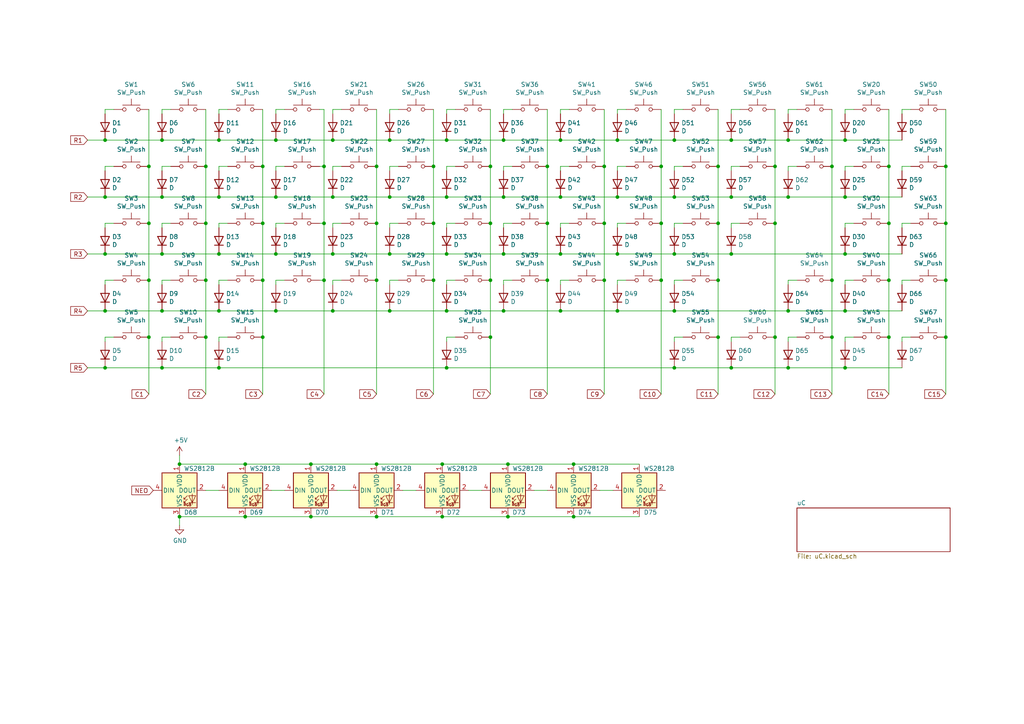
<source format=kicad_sch>
(kicad_sch (version 20211123) (generator eeschema)
  (paper "A4")
  (junction (at 195.58 106.68))
  (junction (at 63.5 40.64))
  (junction (at 113.03 90.17))
  (junction (at 59.69 64.77))
  (junction (at 80.01 40.64))
  (junction (at 46.99 73.66))
  (junction (at 274.32 48.26))
  (junction (at 30.48 40.64))
  (junction (at 146.05 73.66))
  (junction (at 257.81 48.26))
  (junction (at 90.17 134.62))
  (junction (at 113.03 73.66))
  (junction (at 71.12 149.86))
  (junction (at 142.24 97.79))
  (junction (at 158.75 48.26))
  (junction (at 59.69 81.28))
  (junction (at 274.32 64.77))
  (junction (at 90.17 149.86))
  (junction (at 162.56 73.66))
  (junction (at 96.52 90.17))
  (junction (at 179.07 90.17))
  (junction (at 224.79 48.26))
  (junction (at 191.77 64.77))
  (junction (at 76.2 64.77))
  (junction (at 76.2 81.28))
  (junction (at 128.27 134.62))
  (junction (at 158.75 81.28))
  (junction (at 93.98 48.26))
  (junction (at 109.22 48.26))
  (junction (at 52.07 149.86))
  (junction (at 76.2 97.79))
  (junction (at 93.98 81.28))
  (junction (at 195.58 90.17))
  (junction (at 245.11 73.66))
  (junction (at 71.12 134.62))
  (junction (at 109.22 81.28))
  (junction (at 30.48 57.15))
  (junction (at 191.77 81.28))
  (junction (at 212.09 73.66))
  (junction (at 59.69 48.26))
  (junction (at 76.2 48.26))
  (junction (at 43.18 97.79))
  (junction (at 274.32 97.79))
  (junction (at 30.48 90.17))
  (junction (at 46.99 40.64))
  (junction (at 146.05 40.64))
  (junction (at 80.01 90.17))
  (junction (at 212.09 57.15))
  (junction (at 175.26 64.77))
  (junction (at 224.79 64.77))
  (junction (at 179.07 40.64))
  (junction (at 274.32 81.28))
  (junction (at 195.58 40.64))
  (junction (at 129.54 90.17))
  (junction (at 109.22 149.86))
  (junction (at 245.11 57.15))
  (junction (at 212.09 40.64))
  (junction (at 142.24 48.26))
  (junction (at 212.09 106.68))
  (junction (at 96.52 73.66))
  (junction (at 179.07 57.15))
  (junction (at 142.24 64.77))
  (junction (at 208.28 48.26))
  (junction (at 241.3 97.79))
  (junction (at 46.99 90.17))
  (junction (at 175.26 48.26))
  (junction (at 142.24 81.28))
  (junction (at 113.03 57.15))
  (junction (at 125.73 64.77))
  (junction (at 228.6 90.17))
  (junction (at 63.5 57.15))
  (junction (at 43.18 81.28))
  (junction (at 125.73 81.28))
  (junction (at 129.54 57.15))
  (junction (at 245.11 106.68))
  (junction (at 257.81 81.28))
  (junction (at 52.07 134.62))
  (junction (at 109.22 64.77))
  (junction (at 43.18 48.26))
  (junction (at 179.07 73.66))
  (junction (at 129.54 73.66))
  (junction (at 46.99 57.15))
  (junction (at 195.58 73.66))
  (junction (at 162.56 40.64))
  (junction (at 63.5 90.17))
  (junction (at 129.54 106.68))
  (junction (at 96.52 40.64))
  (junction (at 241.3 48.26))
  (junction (at 109.22 134.62))
  (junction (at 245.11 90.17))
  (junction (at 241.3 81.28))
  (junction (at 93.98 64.77))
  (junction (at 128.27 149.86))
  (junction (at 175.26 81.28))
  (junction (at 125.73 48.26))
  (junction (at 228.6 106.68))
  (junction (at 208.28 97.79))
  (junction (at 43.18 64.77))
  (junction (at 257.81 97.79))
  (junction (at 96.52 57.15))
  (junction (at 208.28 81.28))
  (junction (at 30.48 73.66))
  (junction (at 63.5 106.68))
  (junction (at 166.37 134.62))
  (junction (at 59.69 97.79))
  (junction (at 146.05 57.15))
  (junction (at 63.5 73.66))
  (junction (at 162.56 90.17))
  (junction (at 257.81 64.77))
  (junction (at 224.79 97.79))
  (junction (at 147.32 134.62))
  (junction (at 129.54 40.64))
  (junction (at 208.28 64.77))
  (junction (at 80.01 73.66))
  (junction (at 195.58 57.15))
  (junction (at 191.77 48.26))
  (junction (at 46.99 106.68))
  (junction (at 162.56 57.15))
  (junction (at 228.6 57.15))
  (junction (at 80.01 57.15))
  (junction (at 146.05 90.17))
  (junction (at 158.75 64.77))
  (junction (at 147.32 149.86))
  (junction (at 30.48 106.68))
  (junction (at 228.6 40.64))
  (junction (at 245.11 40.64))
  (junction (at 166.37 149.86))
  (junction (at 113.03 40.64))
  (wire (pts (xy 147.32 134.62) (xy 166.37 134.62)))
  (wire (pts (xy 129.54 57.15) (xy 113.03 57.15)))
  (wire (pts (xy 109.22 81.28) (xy 109.22 114.3)))
  (wire (pts (xy 175.26 31.75) (xy 175.26 48.26)))
  (wire (pts (xy 245.11 99.06) (xy 245.11 97.79)))
  (wire (pts (xy 146.05 82.55) (xy 146.05 81.28)))
  (wire (pts (xy 92.71 48.26) (xy 93.98 48.26)))
  (wire (pts (xy 228.6 49.53) (xy 228.6 48.26)))
  (wire (pts (xy 43.18 31.75) (xy 43.18 48.26)))
  (wire (pts (xy 212.09 64.77) (xy 214.63 64.77)))
  (wire (pts (xy 228.6 82.55) (xy 228.6 81.28)))
  (wire (pts (xy 245.11 64.77) (xy 247.65 64.77)))
  (wire (pts (xy 212.09 97.79) (xy 214.63 97.79)))
  (wire (pts (xy 245.11 49.53) (xy 245.11 48.26)))
  (wire (pts (xy 166.37 134.62) (xy 185.42 134.62)))
  (wire (pts (xy 63.5 31.75) (xy 66.04 31.75)))
  (wire (pts (xy 261.62 33.02) (xy 261.62 31.75)))
  (wire (pts (xy 96.52 40.64) (xy 80.01 40.64)))
  (wire (pts (xy 30.48 73.66) (xy 25.4 73.66)))
  (wire (pts (xy 113.03 66.04) (xy 113.03 64.77)))
  (wire (pts (xy 125.73 31.75) (xy 125.73 48.26)))
  (wire (pts (xy 78.74 142.24) (xy 82.55 142.24)))
  (wire (pts (xy 224.79 48.26) (xy 224.79 64.77)))
  (wire (pts (xy 129.54 82.55) (xy 129.54 81.28)))
  (wire (pts (xy 195.58 64.77) (xy 198.12 64.77)))
  (wire (pts (xy 46.99 31.75) (xy 49.53 31.75)))
  (wire (pts (xy 43.18 48.26) (xy 43.18 64.77)))
  (wire (pts (xy 109.22 134.62) (xy 128.27 134.62)))
  (wire (pts (xy 195.58 81.28) (xy 198.12 81.28)))
  (wire (pts (xy 179.07 33.02) (xy 179.07 31.75)))
  (wire (pts (xy 63.5 40.64) (xy 46.99 40.64)))
  (wire (pts (xy 245.11 40.64) (xy 228.6 40.64)))
  (wire (pts (xy 146.05 49.53) (xy 146.05 48.26)))
  (wire (pts (xy 63.5 106.68) (xy 129.54 106.68)))
  (wire (pts (xy 274.32 81.28) (xy 274.32 97.79)))
  (wire (pts (xy 63.5 49.53) (xy 63.5 48.26)))
  (wire (pts (xy 43.18 64.77) (xy 43.18 81.28)))
  (wire (pts (xy 113.03 49.53) (xy 113.03 48.26)))
  (wire (pts (xy 179.07 66.04) (xy 179.07 64.77)))
  (wire (pts (xy 179.07 82.55) (xy 179.07 81.28)))
  (wire (pts (xy 92.71 81.28) (xy 93.98 81.28)))
  (wire (pts (xy 162.56 31.75) (xy 165.1 31.75)))
  (wire (pts (xy 212.09 57.15) (xy 195.58 57.15)))
  (wire (pts (xy 274.32 97.79) (xy 274.32 114.3)))
  (wire (pts (xy 241.3 81.28) (xy 241.3 97.79)))
  (wire (pts (xy 228.6 48.26) (xy 231.14 48.26)))
  (wire (pts (xy 261.62 73.66) (xy 245.11 73.66)))
  (wire (pts (xy 147.32 149.86) (xy 128.27 149.86)))
  (wire (pts (xy 96.52 48.26) (xy 99.06 48.26)))
  (wire (pts (xy 146.05 57.15) (xy 129.54 57.15)))
  (wire (pts (xy 191.77 81.28) (xy 191.77 114.3)))
  (wire (pts (xy 46.99 73.66) (xy 30.48 73.66)))
  (wire (pts (xy 92.71 64.77) (xy 93.98 64.77)))
  (wire (pts (xy 97.79 142.24) (xy 101.6 142.24)))
  (wire (pts (xy 80.01 40.64) (xy 63.5 40.64)))
  (wire (pts (xy 113.03 57.15) (xy 96.52 57.15)))
  (wire (pts (xy 179.07 73.66) (xy 162.56 73.66)))
  (wire (pts (xy 71.12 149.86) (xy 52.07 149.86)))
  (wire (pts (xy 30.48 64.77) (xy 33.02 64.77)))
  (wire (pts (xy 80.01 31.75) (xy 82.55 31.75)))
  (wire (pts (xy 212.09 33.02) (xy 212.09 31.75)))
  (wire (pts (xy 80.01 48.26) (xy 82.55 48.26)))
  (wire (pts (xy 158.75 81.28) (xy 158.75 114.3)))
  (wire (pts (xy 245.11 31.75) (xy 247.65 31.75)))
  (wire (pts (xy 63.5 73.66) (xy 46.99 73.66)))
  (wire (pts (xy 162.56 81.28) (xy 165.1 81.28)))
  (wire (pts (xy 46.99 106.68) (xy 30.48 106.68)))
  (wire (pts (xy 30.48 31.75) (xy 33.02 31.75)))
  (wire (pts (xy 166.37 149.86) (xy 147.32 149.86)))
  (wire (pts (xy 179.07 64.77) (xy 181.61 64.77)))
  (wire (pts (xy 261.62 99.06) (xy 261.62 97.79)))
  (wire (pts (xy 96.52 31.75) (xy 99.06 31.75)))
  (wire (pts (xy 128.27 134.62) (xy 147.32 134.62)))
  (wire (pts (xy 59.69 31.75) (xy 59.69 48.26)))
  (wire (pts (xy 59.69 81.28) (xy 59.69 97.79)))
  (wire (pts (xy 76.2 81.28) (xy 76.2 97.79)))
  (wire (pts (xy 261.62 97.79) (xy 264.16 97.79)))
  (wire (pts (xy 90.17 134.62) (xy 109.22 134.62)))
  (wire (pts (xy 93.98 64.77) (xy 93.98 81.28)))
  (wire (pts (xy 96.52 66.04) (xy 96.52 64.77)))
  (wire (pts (xy 212.09 48.26) (xy 214.63 48.26)))
  (wire (pts (xy 76.2 64.77) (xy 76.2 81.28)))
  (wire (pts (xy 158.75 31.75) (xy 158.75 48.26)))
  (wire (pts (xy 228.6 57.15) (xy 212.09 57.15)))
  (wire (pts (xy 212.09 40.64) (xy 195.58 40.64)))
  (wire (pts (xy 80.01 81.28) (xy 82.55 81.28)))
  (wire (pts (xy 113.03 48.26) (xy 115.57 48.26)))
  (wire (pts (xy 113.03 82.55) (xy 113.03 81.28)))
  (wire (pts (xy 46.99 99.06) (xy 46.99 97.79)))
  (wire (pts (xy 129.54 73.66) (xy 113.03 73.66)))
  (wire (pts (xy 146.05 48.26) (xy 148.59 48.26)))
  (wire (pts (xy 241.3 48.26) (xy 241.3 81.28)))
  (wire (pts (xy 71.12 134.62) (xy 90.17 134.62)))
  (wire (pts (xy 129.54 90.17) (xy 113.03 90.17)))
  (wire (pts (xy 154.94 142.24) (xy 158.75 142.24)))
  (wire (pts (xy 129.54 49.53) (xy 129.54 48.26)))
  (wire (pts (xy 179.07 49.53) (xy 179.07 48.26)))
  (wire (pts (xy 30.48 57.15) (xy 25.4 57.15)))
  (wire (pts (xy 195.58 49.53) (xy 195.58 48.26)))
  (wire (pts (xy 52.07 152.4) (xy 52.07 149.86)))
  (wire (pts (xy 135.89 142.24) (xy 139.7 142.24)))
  (wire (pts (xy 30.48 49.53) (xy 30.48 48.26)))
  (wire (pts (xy 59.69 142.24) (xy 63.5 142.24)))
  (wire (pts (xy 245.11 48.26) (xy 247.65 48.26)))
  (wire (pts (xy 208.28 48.26) (xy 208.28 64.77)))
  (wire (pts (xy 30.48 106.68) (xy 25.4 106.68)))
  (wire (pts (xy 179.07 57.15) (xy 162.56 57.15)))
  (wire (pts (xy 92.71 31.75) (xy 93.98 31.75)))
  (wire (pts (xy 109.22 149.86) (xy 90.17 149.86)))
  (wire (pts (xy 212.09 106.68) (xy 195.58 106.68)))
  (wire (pts (xy 274.32 48.26) (xy 274.32 64.77)))
  (wire (pts (xy 80.01 49.53) (xy 80.01 48.26)))
  (wire (pts (xy 261.62 66.04) (xy 261.62 64.77)))
  (wire (pts (xy 212.09 49.53) (xy 212.09 48.26)))
  (wire (pts (xy 46.99 82.55) (xy 46.99 81.28)))
  (wire (pts (xy 129.54 66.04) (xy 129.54 64.77)))
  (wire (pts (xy 195.58 99.06) (xy 195.58 97.79)))
  (wire (pts (xy 142.24 48.26) (xy 142.24 64.77)))
  (wire (pts (xy 63.5 48.26) (xy 66.04 48.26)))
  (wire (pts (xy 46.99 57.15) (xy 30.48 57.15)))
  (wire (pts (xy 162.56 57.15) (xy 146.05 57.15)))
  (wire (pts (xy 175.26 64.77) (xy 175.26 81.28)))
  (wire (pts (xy 241.3 31.75) (xy 241.3 48.26)))
  (wire (pts (xy 195.58 90.17) (xy 228.6 90.17)))
  (wire (pts (xy 142.24 81.28) (xy 142.24 97.79)))
  (wire (pts (xy 274.32 31.75) (xy 274.32 48.26)))
  (wire (pts (xy 30.48 40.64) (xy 25.4 40.64)))
  (wire (pts (xy 96.52 81.28) (xy 99.06 81.28)))
  (wire (pts (xy 113.03 73.66) (xy 96.52 73.66)))
  (wire (pts (xy 63.5 97.79) (xy 66.04 97.79)))
  (wire (pts (xy 129.54 97.79) (xy 132.08 97.79)))
  (wire (pts (xy 63.5 33.02) (xy 63.5 31.75)))
  (wire (pts (xy 208.28 31.75) (xy 208.28 48.26)))
  (wire (pts (xy 96.52 33.02) (xy 96.52 31.75)))
  (wire (pts (xy 228.6 97.79) (xy 231.14 97.79)))
  (wire (pts (xy 46.99 49.53) (xy 46.99 48.26)))
  (wire (pts (xy 63.5 106.68) (xy 46.99 106.68)))
  (wire (pts (xy 52.07 132.08) (xy 52.07 134.62)))
  (wire (pts (xy 245.11 66.04) (xy 245.11 64.77)))
  (wire (pts (xy 113.03 40.64) (xy 96.52 40.64)))
  (wire (pts (xy 109.22 64.77) (xy 109.22 81.28)))
  (wire (pts (xy 30.48 81.28) (xy 33.02 81.28)))
  (wire (pts (xy 109.22 31.75) (xy 109.22 48.26)))
  (wire (pts (xy 195.58 90.17) (xy 179.07 90.17)))
  (wire (pts (xy 162.56 73.66) (xy 146.05 73.66)))
  (wire (pts (xy 224.79 97.79) (xy 224.79 114.3)))
  (wire (pts (xy 224.79 31.75) (xy 224.79 48.26)))
  (wire (pts (xy 224.79 64.77) (xy 224.79 97.79)))
  (wire (pts (xy 261.62 57.15) (xy 245.11 57.15)))
  (wire (pts (xy 241.3 97.79) (xy 241.3 114.3)))
  (wire (pts (xy 245.11 106.68) (xy 228.6 106.68)))
  (wire (pts (xy 195.58 31.75) (xy 198.12 31.75)))
  (wire (pts (xy 30.48 33.02) (xy 30.48 31.75)))
  (wire (pts (xy 46.99 40.64) (xy 30.48 40.64)))
  (wire (pts (xy 125.73 64.77) (xy 125.73 81.28)))
  (wire (pts (xy 80.01 33.02) (xy 80.01 31.75)))
  (wire (pts (xy 261.62 90.17) (xy 245.11 90.17)))
  (wire (pts (xy 30.48 99.06) (xy 30.48 97.79)))
  (wire (pts (xy 162.56 90.17) (xy 146.05 90.17)))
  (wire (pts (xy 63.5 64.77) (xy 66.04 64.77)))
  (wire (pts (xy 162.56 82.55) (xy 162.56 81.28)))
  (wire (pts (xy 162.56 40.64) (xy 146.05 40.64)))
  (wire (pts (xy 46.99 66.04) (xy 46.99 64.77)))
  (wire (pts (xy 80.01 82.55) (xy 80.01 81.28)))
  (wire (pts (xy 59.69 64.77) (xy 59.69 81.28)))
  (wire (pts (xy 173.99 142.24) (xy 177.8 142.24)))
  (wire (pts (xy 179.07 48.26) (xy 181.61 48.26)))
  (wire (pts (xy 142.24 64.77) (xy 142.24 81.28)))
  (wire (pts (xy 93.98 81.28) (xy 93.98 114.3)))
  (wire (pts (xy 109.22 48.26) (xy 109.22 64.77)))
  (wire (pts (xy 129.54 64.77) (xy 132.08 64.77)))
  (wire (pts (xy 261.62 106.68) (xy 245.11 106.68)))
  (wire (pts (xy 245.11 57.15) (xy 228.6 57.15)))
  (wire (pts (xy 257.81 97.79) (xy 257.81 114.3)))
  (wire (pts (xy 96.52 73.66) (xy 80.01 73.66)))
  (wire (pts (xy 80.01 64.77) (xy 82.55 64.77)))
  (wire (pts (xy 195.58 97.79) (xy 198.12 97.79)))
  (wire (pts (xy 146.05 90.17) (xy 129.54 90.17)))
  (wire (pts (xy 228.6 31.75) (xy 231.14 31.75)))
  (wire (pts (xy 30.48 66.04) (xy 30.48 64.77)))
  (wire (pts (xy 59.69 48.26) (xy 59.69 64.77)))
  (wire (pts (xy 162.56 49.53) (xy 162.56 48.26)))
  (wire (pts (xy 90.17 149.86) (xy 71.12 149.86)))
  (wire (pts (xy 46.99 48.26) (xy 49.53 48.26)))
  (wire (pts (xy 191.77 48.26) (xy 191.77 64.77)))
  (wire (pts (xy 46.99 33.02) (xy 46.99 31.75)))
  (wire (pts (xy 43.18 97.79) (xy 43.18 114.3)))
  (wire (pts (xy 142.24 31.75) (xy 142.24 48.26)))
  (wire (pts (xy 228.6 81.28) (xy 231.14 81.28)))
  (wire (pts (xy 179.07 81.28) (xy 181.61 81.28)))
  (wire (pts (xy 76.2 48.26) (xy 76.2 64.77)))
  (wire (pts (xy 80.01 90.17) (xy 63.5 90.17)))
  (wire (pts (xy 113.03 90.17) (xy 96.52 90.17)))
  (wire (pts (xy 30.48 82.55) (xy 30.48 81.28)))
  (wire (pts (xy 245.11 82.55) (xy 245.11 81.28)))
  (wire (pts (xy 146.05 33.02) (xy 146.05 31.75)))
  (wire (pts (xy 162.56 64.77) (xy 165.1 64.77)))
  (wire (pts (xy 212.09 66.04) (xy 212.09 64.77)))
  (wire (pts (xy 257.81 81.28) (xy 257.81 97.79)))
  (wire (pts (xy 63.5 57.15) (xy 46.99 57.15)))
  (wire (pts (xy 191.77 64.77) (xy 191.77 81.28)))
  (wire (pts (xy 125.73 48.26) (xy 125.73 64.77)))
  (wire (pts (xy 195.58 57.15) (xy 179.07 57.15)))
  (wire (pts (xy 146.05 81.28) (xy 148.59 81.28)))
  (wire (pts (xy 142.24 97.79) (xy 142.24 114.3)))
  (wire (pts (xy 146.05 40.64) (xy 129.54 40.64)))
  (wire (pts (xy 113.03 31.75) (xy 115.57 31.75)))
  (wire (pts (xy 261.62 82.55) (xy 261.62 81.28)))
  (wire (pts (xy 175.26 81.28) (xy 175.26 114.3)))
  (wire (pts (xy 96.52 49.53) (xy 96.52 48.26)))
  (wire (pts (xy 128.27 149.86) (xy 109.22 149.86)))
  (wire (pts (xy 208.28 81.28) (xy 208.28 97.79)))
  (wire (pts (xy 96.52 57.15) (xy 80.01 57.15)))
  (wire (pts (xy 195.58 33.02) (xy 195.58 31.75)))
  (wire (pts (xy 129.54 40.64) (xy 113.03 40.64)))
  (wire (pts (xy 162.56 66.04) (xy 162.56 64.77)))
  (wire (pts (xy 274.32 64.77) (xy 274.32 81.28)))
  (wire (pts (xy 146.05 31.75) (xy 148.59 31.75)))
  (wire (pts (xy 96.52 82.55) (xy 96.52 81.28)))
  (wire (pts (xy 195.58 66.04) (xy 195.58 64.77)))
  (wire (pts (xy 93.98 31.75) (xy 93.98 48.26)))
  (wire (pts (xy 261.62 81.28) (xy 264.16 81.28)))
  (wire (pts (xy 257.81 48.26) (xy 257.81 64.77)))
  (wire (pts (xy 185.42 149.86) (xy 166.37 149.86)))
  (wire (pts (xy 162.56 33.02) (xy 162.56 31.75)))
  (wire (pts (xy 63.5 81.28) (xy 66.04 81.28)))
  (wire (pts (xy 212.09 73.66) (xy 195.58 73.66)))
  (wire (pts (xy 228.6 33.02) (xy 228.6 31.75)))
  (wire (pts (xy 257.81 64.77) (xy 257.81 81.28)))
  (wire (pts (xy 191.77 31.75) (xy 191.77 48.26)))
  (wire (pts (xy 129.54 48.26) (xy 132.08 48.26)))
  (wire (pts (xy 208.28 64.77) (xy 208.28 81.28)))
  (wire (pts (xy 146.05 66.04) (xy 146.05 64.77)))
  (wire (pts (xy 257.81 31.75) (xy 257.81 48.26)))
  (wire (pts (xy 63.5 82.55) (xy 63.5 81.28)))
  (wire (pts (xy 129.54 106.68) (xy 195.58 106.68)))
  (wire (pts (xy 113.03 64.77) (xy 115.57 64.77)))
  (wire (pts (xy 76.2 97.79) (xy 76.2 114.3)))
  (wire (pts (xy 63.5 99.06) (xy 63.5 97.79)))
  (wire (pts (xy 63.5 90.17) (xy 46.99 90.17)))
  (wire (pts (xy 261.62 64.77) (xy 264.16 64.77)))
  (wire (pts (xy 195.58 48.26) (xy 198.12 48.26)))
  (wire (pts (xy 228.6 40.64) (xy 212.09 40.64)))
  (wire (pts (xy 179.07 40.64) (xy 162.56 40.64)))
  (wire (pts (xy 179.07 31.75) (xy 181.61 31.75)))
  (wire (pts (xy 179.07 90.17) (xy 162.56 90.17)))
  (wire (pts (xy 195.58 82.55) (xy 195.58 81.28)))
  (wire (pts (xy 129.54 31.75) (xy 132.08 31.75)))
  (wire (pts (xy 195.58 73.66) (xy 179.07 73.66)))
  (wire (pts (xy 52.07 134.62) (xy 71.12 134.62)))
  (wire (pts (xy 93.98 48.26) (xy 93.98 64.77)))
  (wire (pts (xy 59.69 97.79) (xy 59.69 114.3)))
  (wire (pts (xy 195.58 40.64) (xy 179.07 40.64)))
  (wire (pts (xy 245.11 81.28) (xy 247.65 81.28)))
  (wire (pts (xy 113.03 33.02) (xy 113.03 31.75)))
  (wire (pts (xy 158.75 64.77) (xy 158.75 81.28)))
  (wire (pts (xy 43.18 81.28) (xy 43.18 97.79)))
  (wire (pts (xy 212.09 31.75) (xy 214.63 31.75)))
  (wire (pts (xy 30.48 97.79) (xy 33.02 97.79)))
  (wire (pts (xy 46.99 97.79) (xy 49.53 97.79)))
  (wire (pts (xy 162.56 48.26) (xy 165.1 48.26)))
  (wire (pts (xy 113.03 81.28) (xy 115.57 81.28)))
  (wire (pts (xy 158.75 48.26) (xy 158.75 64.77)))
  (wire (pts (xy 80.01 73.66) (xy 63.5 73.66)))
  (wire (pts (xy 212.09 99.06) (xy 212.09 97.79)))
  (wire (pts (xy 245.11 97.79) (xy 247.65 97.79)))
  (wire (pts (xy 261.62 40.64) (xy 245.11 40.64)))
  (wire (pts (xy 116.84 142.24) (xy 120.65 142.24)))
  (wire (pts (xy 245.11 90.17) (xy 228.6 90.17)))
  (wire (pts (xy 129.54 33.02) (xy 129.54 31.75)))
  (wire (pts (xy 96.52 64.77) (xy 99.06 64.77)))
  (wire (pts (xy 46.99 90.17) (xy 30.48 90.17)))
  (wire (pts (xy 76.2 31.75) (xy 76.2 48.26)))
  (wire (pts (xy 30.48 48.26) (xy 33.02 48.26)))
  (wire (pts (xy 261.62 49.53) (xy 261.62 48.26)))
  (wire (pts (xy 46.99 64.77) (xy 49.53 64.77)))
  (wire (pts (xy 228.6 106.68) (xy 212.09 106.68)))
  (wire (pts (xy 96.52 90.17) (xy 80.01 90.17)))
  (wire (pts (xy 228.6 99.06) (xy 228.6 97.79)))
  (wire (pts (xy 80.01 57.15) (xy 63.5 57.15)))
  (wire (pts (xy 261.62 31.75) (xy 264.16 31.75)))
  (wire (pts (xy 129.54 99.06) (xy 129.54 97.79)))
  (wire (pts (xy 208.28 97.79) (xy 208.28 114.3)))
  (wire (pts (xy 261.62 48.26) (xy 264.16 48.26)))
  (wire (pts (xy 30.48 90.17) (xy 25.4 90.17)))
  (wire (pts (xy 146.05 73.66) (xy 129.54 73.66)))
  (wire (pts (xy 175.26 48.26) (xy 175.26 64.77)))
  (wire (pts (xy 129.54 81.28) (xy 132.08 81.28)))
  (wire (pts (xy 125.73 81.28) (xy 125.73 114.3)))
  (wire (pts (xy 80.01 66.04) (xy 80.01 64.77)))
  (wire (pts (xy 245.11 33.02) (xy 245.11 31.75)))
  (wire (pts (xy 146.05 64.77) (xy 148.59 64.77)))
  (wire (pts (xy 212.09 73.66) (xy 245.11 73.66)))
  (wire (pts (xy 46.99 81.28) (xy 49.53 81.28)))
  (wire (pts (xy 63.5 66.04) (xy 63.5 64.77)))
  (global_label "C6" (shape input) (at 125.73 114.3 180) (property "Intersheet References" "${INTERSHEET_REFS}" (effects hide)))
  (global_label "C10" (shape input) (at 191.77 114.3 180) (property "Intersheet References" "${INTERSHEET_REFS}" (effects hide)))
  (global_label "C7" (shape input) (at 142.24 114.3 180) (property "Intersheet References" "${INTERSHEET_REFS}" (effects hide)))
  (global_label "R5" (shape input) (at 25.4 106.68 180) (property "Intersheet References" "${INTERSHEET_REFS}" (effects hide)))
  (global_label "C14" (shape input) (at 257.81 114.3 180) (property "Intersheet References" "${INTERSHEET_REFS}" (effects hide)))
  (global_label "C13" (shape input) (at 241.3 114.3 180) (property "Intersheet References" "${INTERSHEET_REFS}" (effects hide)))
  (global_label "R3" (shape input) (at 25.4 73.66 180) (property "Intersheet References" "${INTERSHEET_REFS}" (effects hide)))
  (global_label "C9" (shape input) (at 175.26 114.3 180) (property "Intersheet References" "${INTERSHEET_REFS}" (effects hide)))
  (global_label "R4" (shape input) (at 25.4 90.17 180) (property "Intersheet References" "${INTERSHEET_REFS}" (effects hide)))
  (global_label "C2" (shape input) (at 59.69 114.3 180) (property "Intersheet References" "${INTERSHEET_REFS}" (effects hide)))
  (global_label "C5" (shape input) (at 109.22 114.3 180) (property "Intersheet References" "${INTERSHEET_REFS}" (effects hide)))
  (global_label "R2" (shape input) (at 25.4 57.15 180) (property "Intersheet References" "${INTERSHEET_REFS}" (effects hide)))
  (global_label "C8" (shape input) (at 158.75 114.3 180) (property "Intersheet References" "${INTERSHEET_REFS}" (effects hide)))
  (global_label "C3" (shape input) (at 76.2 114.3 180) (property "Intersheet References" "${INTERSHEET_REFS}" (effects hide)))
  (global_label "C15" (shape input) (at 274.32 114.3 180) (property "Intersheet References" "${INTERSHEET_REFS}" (effects hide)))
  (global_label "C12" (shape input) (at 224.79 114.3 180) (property "Intersheet References" "${INTERSHEET_REFS}" (effects hide)))
  (global_label "C4" (shape input) (at 93.98 114.3 180) (property "Intersheet References" "${INTERSHEET_REFS}" (effects hide)))
  (global_label "NEO" (shape input) (at 44.45 142.24 180) (property "Intersheet References" "${INTERSHEET_REFS}" (effects hide)))
  (global_label "R1" (shape input) (at 25.4 40.64 180) (property "Intersheet References" "${INTERSHEET_REFS}" (effects hide)))
  (global_label "C1" (shape input) (at 43.18 114.3 180) (property "Intersheet References" "${INTERSHEET_REFS}" (effects hide)))
  (global_label "C11" (shape input) (at 208.28 114.3 180) (property "Intersheet References" "${INTERSHEET_REFS}" (effects hide)))
  (symbol (lib_id "Switch:SW_Push") (at 38.1 31.75 0) (unit 1)
    (property "Reference" "SW1" (at 38.1 24.511 0))
    (property "Value" "SW_Push" (at 38.1 26.8224 0))
    (property "Footprint" "Switch_Keyboard_Hotswap_Kailh:SW_Hotswap_Kailh_Choc_V1_plated_1.00u" (effects hide))
  )
  (symbol (lib_id "Switch:SW_Push") (at 54.61 31.75 0) (unit 1)
    (property "Reference" "SW6" (at 54.61 24.511 0))
    (property "Value" "SW_Push" (at 54.61 26.8224 0))
    (property "Footprint" "Switch_Keyboard_Hotswap_Kailh:SW_Hotswap_Kailh_Choc_V1_plated_1.00u" (effects hide))
  )
  (symbol (lib_id "Switch:SW_Push") (at 170.18 31.75 0) (unit 1)
    (property "Reference" "SW41" (at 170.18 24.511 0))
    (property "Value" "SW_Push" (at 170.18 26.8224 0))
    (property "Footprint" "Switch_Keyboard_Hotswap_Kailh:SW_Hotswap_Kailh_Choc_V1_plated_1.00u" (effects hide))
  )
  (symbol (lib_id "Switch:SW_Push") (at 186.69 31.75 0) (unit 1)
    (property "Reference" "SW46" (at 186.69 24.511 0))
    (property "Value" "SW_Push" (at 186.69 26.8224 0))
    (property "Footprint" "Switch_Keyboard_Hotswap_Kailh:SW_Hotswap_Kailh_Choc_V1_plated_1.00u" (effects hide))
  )
  (symbol (lib_id "Switch:SW_Push") (at 71.12 31.75 0) (unit 1)
    (property "Reference" "SW11" (at 71.12 24.511 0))
    (property "Value" "SW_Push" (at 71.12 26.8224 0))
    (property "Footprint" "Switch_Keyboard_Hotswap_Kailh:SW_Hotswap_Kailh_Choc_V1_plated_1.00u" (effects hide))
  )
  (symbol (lib_id "Switch:SW_Push") (at 87.63 31.75 0) (unit 1)
    (property "Reference" "SW16" (at 87.63 24.511 0))
    (property "Value" "SW_Push" (at 87.63 26.8224 0))
    (property "Footprint" "Switch_Keyboard_Hotswap_Kailh:SW_Hotswap_Kailh_Choc_V1_plated_1.00u" (effects hide))
  )
  (symbol (lib_id "Switch:SW_Push") (at 203.2 31.75 0) (unit 1)
    (property "Reference" "SW51" (at 203.2 24.511 0))
    (property "Value" "SW_Push" (at 203.2 26.8224 0))
    (property "Footprint" "Switch_Keyboard_Hotswap_Kailh:SW_Hotswap_Kailh_Choc_V1_plated_1.00u" (effects hide))
  )
  (symbol (lib_id "Switch:SW_Push") (at 219.71 31.75 0) (unit 1)
    (property "Reference" "SW56" (at 219.71 24.511 0))
    (property "Value" "SW_Push" (at 219.71 26.8224 0))
    (property "Footprint" "Switch_Keyboard_Hotswap_Kailh:SW_Hotswap_Kailh_Choc_V1_plated_1.00u" (effects hide))
  )
  (symbol (lib_id "Switch:SW_Push") (at 104.14 31.75 0) (unit 1)
    (property "Reference" "SW21" (at 104.14 24.511 0))
    (property "Value" "SW_Push" (at 104.14 26.8224 0))
    (property "Footprint" "Switch_Keyboard_Hotswap_Kailh:SW_Hotswap_Kailh_Choc_V1_plated_1.00u" (effects hide))
  )
  (symbol (lib_id "Switch:SW_Push") (at 120.65 31.75 0) (unit 1)
    (property "Reference" "SW26" (at 120.65 24.511 0))
    (property "Value" "SW_Push" (at 120.65 26.8224 0))
    (property "Footprint" "Switch_Keyboard_Hotswap_Kailh:SW_Hotswap_Kailh_Choc_V1_plated_1.00u" (effects hide))
  )
  (symbol (lib_id "Switch:SW_Push") (at 236.22 31.75 0) (unit 1)
    (property "Reference" "SW61" (at 236.22 24.511 0))
    (property "Value" "SW_Push" (at 236.22 26.8224 0))
    (property "Footprint" "Switch_Keyboard_Hotswap_Kailh:SW_Hotswap_Kailh_Choc_V1_plated_1.00u" (effects hide))
  )
  (symbol (lib_id "Switch:SW_Push") (at 137.16 31.75 0) (unit 1)
    (property "Reference" "SW31" (at 137.16 24.511 0))
    (property "Value" "SW_Push" (at 137.16 26.8224 0))
    (property "Footprint" "Switch_Keyboard_Hotswap_Kailh:SW_Hotswap_Kailh_Choc_V1_plated_1.00u" (effects hide))
  )
  (symbol (lib_id "Switch:SW_Push") (at 153.67 31.75 0) (unit 1)
    (property "Reference" "SW36" (at 153.67 24.511 0))
    (property "Value" "SW_Push" (at 153.67 26.8224 0))
    (property "Footprint" "Switch_Keyboard_Hotswap_Kailh:SW_Hotswap_Kailh_Choc_V1_plated_1.00u" (effects hide))
  )
  (symbol (lib_id "Device:D") (at 46.99 36.83 90) (unit 1)
    (property "Reference" "D6" (at 49.022 35.6616 90) (effects (justify right)))
    (property "Value" "D" (at 49.022 37.973 90) (effects (justify right)))
    (property "Footprint" "Diode_SMD:D_SOD-123" (effects hide))
  )
  (symbol (lib_id "Device:D") (at 63.5 36.83 90) (unit 1)
    (property "Reference" "D11" (at 65.532 35.6616 90) (effects (justify right)))
    (property "Value" "D" (at 65.532 37.973 90) (effects (justify right)))
    (property "Footprint" "Diode_SMD:D_SOD-123" (effects hide))
  )
  (symbol (lib_id "Device:D") (at 80.01 36.83 90) (unit 1)
    (property "Reference" "D16" (at 82.042 35.6616 90) (effects (justify right)))
    (property "Value" "D" (at 82.042 37.973 90) (effects (justify right)))
    (property "Footprint" "Diode_SMD:D_SOD-123" (effects hide))
  )
  (symbol (lib_id "Device:D") (at 96.52 36.83 90) (unit 1)
    (property "Reference" "D21" (at 98.552 35.6616 90) (effects (justify right)))
    (property "Value" "D" (at 98.552 37.973 90) (effects (justify right)))
    (property "Footprint" "Diode_SMD:D_SOD-123" (effects hide))
  )
  (symbol (lib_id "Device:D") (at 113.03 36.83 90) (unit 1)
    (property "Reference" "D26" (at 115.062 35.6616 90) (effects (justify right)))
    (property "Value" "D" (at 115.062 37.973 90) (effects (justify right)))
    (property "Footprint" "Diode_SMD:D_SOD-123" (effects hide))
  )
  (symbol (lib_id "Device:D") (at 129.54 36.83 90) (unit 1)
    (property "Reference" "D31" (at 131.572 35.6616 90) (effects (justify right)))
    (property "Value" "D" (at 131.572 37.973 90) (effects (justify right)))
    (property "Footprint" "Diode_SMD:D_SOD-123" (effects hide))
  )
  (symbol (lib_id "Device:D") (at 146.05 36.83 90) (unit 1)
    (property "Reference" "D36" (at 148.082 35.6616 90) (effects (justify right)))
    (property "Value" "D" (at 148.082 37.973 90) (effects (justify right)))
    (property "Footprint" "Diode_SMD:D_SOD-123" (effects hide))
  )
  (symbol (lib_id "Device:D") (at 162.56 36.83 90) (unit 1)
    (property "Reference" "D41" (at 164.592 35.6616 90) (effects (justify right)))
    (property "Value" "D" (at 164.592 37.973 90) (effects (justify right)))
    (property "Footprint" "Diode_SMD:D_SOD-123" (effects hide))
  )
  (symbol (lib_id "Device:D") (at 179.07 36.83 90) (unit 1)
    (property "Reference" "D46" (at 181.102 35.6616 90) (effects (justify right)))
    (property "Value" "D" (at 181.102 37.973 90) (effects (justify right)))
    (property "Footprint" "Diode_SMD:D_SOD-123" (effects hide))
  )
  (symbol (lib_id "Device:D") (at 195.58 36.83 90) (unit 1)
    (property "Reference" "D51" (at 197.612 35.6616 90) (effects (justify right)))
    (property "Value" "D" (at 197.612 37.973 90) (effects (justify right)))
    (property "Footprint" "Diode_SMD:D_SOD-123" (effects hide))
  )
  (symbol (lib_id "Device:D") (at 212.09 36.83 90) (unit 1)
    (property "Reference" "D56" (at 214.122 35.6616 90) (effects (justify right)))
    (property "Value" "D" (at 214.122 37.973 90) (effects (justify right)))
    (property "Footprint" "Diode_SMD:D_SOD-123" (effects hide))
  )
  (symbol (lib_id "Device:D") (at 228.6 36.83 90) (unit 1)
    (property "Reference" "D61" (at 230.632 35.6616 90) (effects (justify right)))
    (property "Value" "D" (at 230.632 37.973 90) (effects (justify right)))
    (property "Footprint" "Diode_SMD:D_SOD-123" (effects hide))
  )
  (symbol (lib_id "Device:D") (at 30.48 36.83 90) (unit 1)
    (property "Reference" "D1" (at 32.512 35.6616 90) (effects (justify right)))
    (property "Value" "D" (at 32.512 37.973 90) (effects (justify right)))
    (property "Footprint" "Diode_SMD:D_SOD-123" (effects hide))
  )
  (symbol (lib_id "Switch:SW_Push") (at 38.1 48.26 0) (unit 1)
    (property "Reference" "SW2" (at 38.1 41.021 0))
    (property "Value" "SW_Push" (at 38.1 43.3324 0))
    (property "Footprint" "Switch_Keyboard_Hotswap_Kailh:SW_Hotswap_Kailh_Choc_V1_plated_1.50u" (effects hide))
  )
  (symbol (lib_id "Switch:SW_Push") (at 54.61 48.26 0) (unit 1)
    (property "Reference" "SW7" (at 54.61 41.021 0))
    (property "Value" "SW_Push" (at 54.61 43.3324 0))
    (property "Footprint" "Switch_Keyboard_Hotswap_Kailh:SW_Hotswap_Kailh_Choc_V1_plated_1.00u" (effects hide))
  )
  (symbol (lib_id "Switch:SW_Push") (at 170.18 48.26 0) (unit 1)
    (property "Reference" "SW42" (at 170.18 41.021 0))
    (property "Value" "SW_Push" (at 170.18 43.3324 0))
    (property "Footprint" "Switch_Keyboard_Hotswap_Kailh:SW_Hotswap_Kailh_Choc_V1_plated_1.00u" (effects hide))
  )
  (symbol (lib_id "Switch:SW_Push") (at 186.69 48.26 0) (unit 1)
    (property "Reference" "SW47" (at 186.69 41.021 0))
    (property "Value" "SW_Push" (at 186.69 43.3324 0))
    (property "Footprint" "Switch_Keyboard_Hotswap_Kailh:SW_Hotswap_Kailh_Choc_V1_plated_1.00u" (effects hide))
  )
  (symbol (lib_id "Switch:SW_Push") (at 71.12 48.26 0) (unit 1)
    (property "Reference" "SW12" (at 71.12 41.021 0))
    (property "Value" "SW_Push" (at 71.12 43.3324 0))
    (property "Footprint" "Switch_Keyboard_Hotswap_Kailh:SW_Hotswap_Kailh_Choc_V1_plated_1.00u" (effects hide))
  )
  (symbol (lib_id "Switch:SW_Push") (at 87.63 48.26 0) (unit 1)
    (property "Reference" "SW17" (at 87.63 41.021 0))
    (property "Value" "SW_Push" (at 87.63 43.3324 0))
    (property "Footprint" "Switch_Keyboard_Hotswap_Kailh:SW_Hotswap_Kailh_Choc_V1_plated_1.00u" (effects hide))
  )
  (symbol (lib_id "Switch:SW_Push") (at 203.2 48.26 0) (unit 1)
    (property "Reference" "SW52" (at 203.2 41.021 0))
    (property "Value" "SW_Push" (at 203.2 43.3324 0))
    (property "Footprint" "Switch_Keyboard_Hotswap_Kailh:SW_Hotswap_Kailh_Choc_V1_plated_1.00u" (effects hide))
  )
  (symbol (lib_id "Switch:SW_Push") (at 219.71 48.26 0) (unit 1)
    (property "Reference" "SW57" (at 219.71 41.021 0))
    (property "Value" "SW_Push" (at 219.71 43.3324 0))
    (property "Footprint" "Switch_Keyboard_Hotswap_Kailh:SW_Hotswap_Kailh_Choc_V1_plated_1.00u" (effects hide))
  )
  (symbol (lib_id "Switch:SW_Push") (at 104.14 48.26 0) (unit 1)
    (property "Reference" "SW22" (at 104.14 41.021 0))
    (property "Value" "SW_Push" (at 104.14 43.3324 0))
    (property "Footprint" "Switch_Keyboard_Hotswap_Kailh:SW_Hotswap_Kailh_Choc_V1_plated_1.00u" (effects hide))
  )
  (symbol (lib_id "Switch:SW_Push") (at 120.65 48.26 0) (unit 1)
    (property "Reference" "SW27" (at 120.65 41.021 0))
    (property "Value" "SW_Push" (at 120.65 43.3324 0))
    (property "Footprint" "Switch_Keyboard_Hotswap_Kailh:SW_Hotswap_Kailh_Choc_V1_plated_1.00u" (effects hide))
  )
  (symbol (lib_id "Switch:SW_Push") (at 236.22 48.26 0) (unit 1)
    (property "Reference" "SW62" (at 236.22 41.021 0))
    (property "Value" "SW_Push" (at 236.22 43.3324 0))
    (property "Footprint" "Switch_Keyboard_Hotswap_Kailh:SW_Hotswap_Kailh_Choc_V1_plated_1.00u" (effects hide))
  )
  (symbol (lib_id "Switch:SW_Push") (at 137.16 48.26 0) (unit 1)
    (property "Reference" "SW32" (at 137.16 41.021 0))
    (property "Value" "SW_Push" (at 137.16 43.3324 0))
    (property "Footprint" "Switch_Keyboard_Hotswap_Kailh:SW_Hotswap_Kailh_Choc_V1_plated_1.00u" (effects hide))
  )
  (symbol (lib_id "Switch:SW_Push") (at 153.67 48.26 0) (unit 1)
    (property "Reference" "SW37" (at 153.67 41.021 0))
    (property "Value" "SW_Push" (at 153.67 43.3324 0))
    (property "Footprint" "Switch_Keyboard_Hotswap_Kailh:SW_Hotswap_Kailh_Choc_V1_plated_1.00u" (effects hide))
  )
  (symbol (lib_id "Device:D") (at 46.99 53.34 90) (unit 1)
    (property "Reference" "D7" (at 49.022 52.1716 90) (effects (justify right)))
    (property "Value" "D" (at 49.022 54.483 90) (effects (justify right)))
    (property "Footprint" "Diode_SMD:D_SOD-123" (effects hide))
  )
  (symbol (lib_id "Device:D") (at 63.5 53.34 90) (unit 1)
    (property "Reference" "D12" (at 65.532 52.1716 90) (effects (justify right)))
    (property "Value" "D" (at 65.532 54.483 90) (effects (justify right)))
    (property "Footprint" "Diode_SMD:D_SOD-123" (effects hide))
  )
  (symbol (lib_id "Device:D") (at 80.01 53.34 90) (unit 1)
    (property "Reference" "D17" (at 82.042 52.1716 90) (effects (justify right)))
    (property "Value" "D" (at 82.042 54.483 90) (effects (justify right)))
    (property "Footprint" "Diode_SMD:D_SOD-123" (effects hide))
  )
  (symbol (lib_id "Device:D") (at 96.52 53.34 90) (unit 1)
    (property "Reference" "D22" (at 98.552 52.1716 90) (effects (justify right)))
    (property "Value" "D" (at 98.552 54.483 90) (effects (justify right)))
    (property "Footprint" "Diode_SMD:D_SOD-123" (effects hide))
  )
  (symbol (lib_id "Device:D") (at 113.03 53.34 90) (unit 1)
    (property "Reference" "D27" (at 115.062 52.1716 90) (effects (justify right)))
    (property "Value" "D" (at 115.062 54.483 90) (effects (justify right)))
    (property "Footprint" "Diode_SMD:D_SOD-123" (effects hide))
  )
  (symbol (lib_id "Device:D") (at 129.54 53.34 90) (unit 1)
    (property "Reference" "D32" (at 131.572 52.1716 90) (effects (justify right)))
    (property "Value" "D" (at 131.572 54.483 90) (effects (justify right)))
    (property "Footprint" "Diode_SMD:D_SOD-123" (effects hide))
  )
  (symbol (lib_id "Device:D") (at 146.05 53.34 90) (unit 1)
    (property "Reference" "D37" (at 148.082 52.1716 90) (effects (justify right)))
    (property "Value" "D" (at 148.082 54.483 90) (effects (justify right)))
    (property "Footprint" "Diode_SMD:D_SOD-123" (effects hide))
  )
  (symbol (lib_id "Device:D") (at 162.56 53.34 90) (unit 1)
    (property "Reference" "D42" (at 164.592 52.1716 90) (effects (justify right)))
    (property "Value" "D" (at 164.592 54.483 90) (effects (justify right)))
    (property "Footprint" "Diode_SMD:D_SOD-123" (effects hide))
  )
  (symbol (lib_id "Device:D") (at 179.07 53.34 90) (unit 1)
    (property "Reference" "D47" (at 181.102 52.1716 90) (effects (justify right)))
    (property "Value" "D" (at 181.102 54.483 90) (effects (justify right)))
    (property "Footprint" "Diode_SMD:D_SOD-123" (effects hide))
  )
  (symbol (lib_id "Device:D") (at 195.58 53.34 90) (unit 1)
    (property "Reference" "D52" (at 197.612 52.1716 90) (effects (justify right)))
    (property "Value" "D" (at 197.612 54.483 90) (effects (justify right)))
    (property "Footprint" "Diode_SMD:D_SOD-123" (effects hide))
  )
  (symbol (lib_id "Device:D") (at 212.09 53.34 90) (unit 1)
    (property "Reference" "D57" (at 214.122 52.1716 90) (effects (justify right)))
    (property "Value" "D" (at 214.122 54.483 90) (effects (justify right)))
    (property "Footprint" "Diode_SMD:D_SOD-123" (effects hide))
  )
  (symbol (lib_id "Device:D") (at 228.6 53.34 90) (unit 1)
    (property "Reference" "D62" (at 230.632 52.1716 90) (effects (justify right)))
    (property "Value" "D" (at 230.632 54.483 90) (effects (justify right)))
    (property "Footprint" "Diode_SMD:D_SOD-123" (effects hide))
  )
  (symbol (lib_id "Device:D") (at 30.48 53.34 90) (unit 1)
    (property "Reference" "D2" (at 32.512 52.1716 90) (effects (justify right)))
    (property "Value" "D" (at 32.512 54.483 90) (effects (justify right)))
    (property "Footprint" "Diode_SMD:D_SOD-123" (effects hide))
  )
  (symbol (lib_id "Switch:SW_Push") (at 38.1 64.77 0) (unit 1)
    (property "Reference" "SW3" (at 38.1 57.531 0))
    (property "Value" "SW_Push" (at 38.1 59.8424 0))
    (property "Footprint" "Switch_Keyboard_Hotswap_Kailh:SW_Hotswap_Kailh_Choc_V1_plated_1.75u" (effects hide))
  )
  (symbol (lib_id "Switch:SW_Push") (at 54.61 64.77 0) (unit 1)
    (property "Reference" "SW8" (at 54.61 57.531 0))
    (property "Value" "SW_Push" (at 54.61 59.8424 0))
    (property "Footprint" "Switch_Keyboard_Hotswap_Kailh:SW_Hotswap_Kailh_Choc_V1_plated_1.00u" (effects hide))
  )
  (symbol (lib_id "Switch:SW_Push") (at 170.18 64.77 0) (unit 1)
    (property "Reference" "SW43" (at 170.18 57.531 0))
    (property "Value" "SW_Push" (at 170.18 59.8424 0))
    (property "Footprint" "Switch_Keyboard_Hotswap_Kailh:SW_Hotswap_Kailh_Choc_V1_plated_1.00u" (effects hide))
  )
  (symbol (lib_id "Switch:SW_Push") (at 186.69 64.77 0) (unit 1)
    (property "Reference" "SW48" (at 186.69 57.531 0))
    (property "Value" "SW_Push" (at 186.69 59.8424 0))
    (property "Footprint" "Switch_Keyboard_Hotswap_Kailh:SW_Hotswap_Kailh_Choc_V1_plated_1.00u" (effects hide))
  )
  (symbol (lib_id "Switch:SW_Push") (at 71.12 64.77 0) (unit 1)
    (property "Reference" "SW13" (at 71.12 57.531 0))
    (property "Value" "SW_Push" (at 71.12 59.8424 0))
    (property "Footprint" "Switch_Keyboard_Hotswap_Kailh:SW_Hotswap_Kailh_Choc_V1_plated_1.00u" (effects hide))
  )
  (symbol (lib_id "Switch:SW_Push") (at 87.63 64.77 0) (unit 1)
    (property "Reference" "SW18" (at 87.63 57.531 0))
    (property "Value" "SW_Push" (at 87.63 59.8424 0))
    (property "Footprint" "Switch_Keyboard_Hotswap_Kailh:SW_Hotswap_Kailh_Choc_V1_plated_1.00u" (effects hide))
  )
  (symbol (lib_id "Switch:SW_Push") (at 203.2 64.77 0) (unit 1)
    (property "Reference" "SW53" (at 203.2 57.531 0))
    (property "Value" "SW_Push" (at 203.2 59.8424 0))
    (property "Footprint" "Switch_Keyboard_Hotswap_Kailh:SW_Hotswap_Kailh_Choc_V1_plated_1.00u" (effects hide))
  )
  (symbol (lib_id "Switch:SW_Push") (at 219.71 64.77 0) (unit 1)
    (property "Reference" "SW58" (at 219.71 57.531 0))
    (property "Value" "SW_Push" (at 219.71 59.8424 0))
    (property "Footprint" "Switch_Keyboard_Hotswap_Kailh:SW_Hotswap_Kailh_Choc_V1_plated_1.00u" (effects hide))
  )
  (symbol (lib_id "Switch:SW_Push") (at 104.14 64.77 0) (unit 1)
    (property "Reference" "SW23" (at 104.14 57.531 0))
    (property "Value" "SW_Push" (at 104.14 59.8424 0))
    (property "Footprint" "Switch_Keyboard_Hotswap_Kailh:SW_Hotswap_Kailh_Choc_V1_plated_1.00u" (effects hide))
  )
  (symbol (lib_id "Switch:SW_Push") (at 120.65 64.77 0) (unit 1)
    (property "Reference" "SW28" (at 120.65 57.531 0))
    (property "Value" "SW_Push" (at 120.65 59.8424 0))
    (property "Footprint" "Switch_Keyboard_Hotswap_Kailh:SW_Hotswap_Kailh_Choc_V1_plated_1.00u" (effects hide))
  )
  (symbol (lib_id "Switch:SW_Push") (at 137.16 64.77 0) (unit 1)
    (property "Reference" "SW33" (at 137.16 57.531 0))
    (property "Value" "SW_Push" (at 137.16 59.8424 0))
    (property "Footprint" "Switch_Keyboard_Hotswap_Kailh:SW_Hotswap_Kailh_Choc_V1_plated_1.00u" (effects hide))
  )
  (symbol (lib_id "Switch:SW_Push") (at 153.67 64.77 0) (unit 1)
    (property "Reference" "SW38" (at 153.67 57.531 0))
    (property "Value" "SW_Push" (at 153.67 59.8424 0))
    (property "Footprint" "Switch_Keyboard_Hotswap_Kailh:SW_Hotswap_Kailh_Choc_V1_plated_1.00u" (effects hide))
  )
  (symbol (lib_id "Device:D") (at 46.99 69.85 90) (unit 1)
    (property "Reference" "D8" (at 49.022 68.6816 90) (effects (justify right)))
    (property "Value" "D" (at 49.022 70.993 90) (effects (justify right)))
    (property "Footprint" "Diode_SMD:D_SOD-123" (effects hide))
  )
  (symbol (lib_id "Device:D") (at 63.5 69.85 90) (unit 1)
    (property "Reference" "D13" (at 65.532 68.6816 90) (effects (justify right)))
    (property "Value" "D" (at 65.532 70.993 90) (effects (justify right)))
    (property "Footprint" "Diode_SMD:D_SOD-123" (effects hide))
  )
  (symbol (lib_id "Device:D") (at 80.01 69.85 90) (unit 1)
    (property "Reference" "D18" (at 82.042 68.6816 90) (effects (justify right)))
    (property "Value" "D" (at 82.042 70.993 90) (effects (justify right)))
    (property "Footprint" "Diode_SMD:D_SOD-123" (effects hide))
  )
  (symbol (lib_id "Device:D") (at 96.52 69.85 90) (unit 1)
    (property "Reference" "D23" (at 98.552 68.6816 90) (effects (justify right)))
    (property "Value" "D" (at 98.552 70.993 90) (effects (justify right)))
    (property "Footprint" "Diode_SMD:D_SOD-123" (effects hide))
  )
  (symbol (lib_id "Device:D") (at 113.03 69.85 90) (unit 1)
    (property "Reference" "D28" (at 115.062 68.6816 90) (effects (justify right)))
    (property "Value" "D" (at 115.062 70.993 90) (effects (justify right)))
    (property "Footprint" "Diode_SMD:D_SOD-123" (effects hide))
  )
  (symbol (lib_id "Device:D") (at 129.54 69.85 90) (unit 1)
    (property "Reference" "D33" (at 131.572 68.6816 90) (effects (justify right)))
    (property "Value" "D" (at 131.572 70.993 90) (effects (justify right)))
    (property "Footprint" "Diode_SMD:D_SOD-123" (effects hide))
  )
  (symbol (lib_id "Device:D") (at 146.05 69.85 90) (unit 1)
    (property "Reference" "D38" (at 148.082 68.6816 90) (effects (justify right)))
    (property "Value" "D" (at 148.082 70.993 90) (effects (justify right)))
    (property "Footprint" "Diode_SMD:D_SOD-123" (effects hide))
  )
  (symbol (lib_id "Device:D") (at 162.56 69.85 90) (unit 1)
    (property "Reference" "D43" (at 164.592 68.6816 90) (effects (justify right)))
    (property "Value" "D" (at 164.592 70.993 90) (effects (justify right)))
    (property "Footprint" "Diode_SMD:D_SOD-123" (effects hide))
  )
  (symbol (lib_id "Device:D") (at 179.07 69.85 90) (unit 1)
    (property "Reference" "D48" (at 181.102 68.6816 90) (effects (justify right)))
    (property "Value" "D" (at 181.102 70.993 90) (effects (justify right)))
    (property "Footprint" "Diode_SMD:D_SOD-123" (effects hide))
  )
  (symbol (lib_id "Device:D") (at 195.58 69.85 90) (unit 1)
    (property "Reference" "D53" (at 197.612 68.6816 90) (effects (justify right)))
    (property "Value" "D" (at 197.612 70.993 90) (effects (justify right)))
    (property "Footprint" "Diode_SMD:D_SOD-123" (effects hide))
  )
  (symbol (lib_id "Device:D") (at 212.09 69.85 90) (unit 1)
    (property "Reference" "D58" (at 214.122 68.6816 90) (effects (justify right)))
    (property "Value" "D" (at 214.122 70.993 90) (effects (justify right)))
    (property "Footprint" "Diode_SMD:D_SOD-123" (effects hide))
  )
  (symbol (lib_id "Device:D") (at 30.48 69.85 90) (unit 1)
    (property "Reference" "D3" (at 32.512 68.6816 90) (effects (justify right)))
    (property "Value" "D" (at 32.512 70.993 90) (effects (justify right)))
    (property "Footprint" "Diode_SMD:D_SOD-123" (effects hide))
  )
  (symbol (lib_id "Switch:SW_Push") (at 38.1 81.28 0) (unit 1)
    (property "Reference" "SW4" (at 38.1 74.041 0))
    (property "Value" "SW_Push" (at 38.1 76.3524 0))
    (property "Footprint" "Switch_Keyboard_Hotswap_Kailh:SW_Hotswap_Kailh_Choc_V1_plated_2.25u" (effects hide))
  )
  (symbol (lib_id "Switch:SW_Push") (at 54.61 81.28 0) (unit 1)
    (property "Reference" "SW9" (at 54.61 74.041 0))
    (property "Value" "SW_Push" (at 54.61 76.3524 0))
    (property "Footprint" "Switch_Keyboard_Hotswap_Kailh:SW_Hotswap_Kailh_Choc_V1_plated_1.00u" (effects hide))
  )
  (symbol (lib_id "Switch:SW_Push") (at 170.18 81.28 0) (unit 1)
    (property "Reference" "SW44" (at 170.18 74.041 0))
    (property "Value" "SW_Push" (at 170.18 76.3524 0))
    (property "Footprint" "Switch_Keyboard_Hotswap_Kailh:SW_Hotswap_Kailh_Choc_V1_plated_1.00u" (effects hide))
  )
  (symbol (lib_id "Switch:SW_Push") (at 186.69 81.28 0) (unit 1)
    (property "Reference" "SW49" (at 186.69 74.041 0))
    (property "Value" "SW_Push" (at 186.69 76.3524 0))
    (property "Footprint" "Switch_Keyboard_Hotswap_Kailh:SW_Hotswap_Kailh_Choc_V1_plated_1.00u" (effects hide))
  )
  (symbol (lib_id "Switch:SW_Push") (at 71.12 81.28 0) (unit 1)
    (property "Reference" "SW14" (at 71.12 74.041 0))
    (property "Value" "SW_Push" (at 71.12 76.3524 0))
    (property "Footprint" "Switch_Keyboard_Hotswap_Kailh:SW_Hotswap_Kailh_Choc_V1_plated_1.00u" (effects hide))
  )
  (symbol (lib_id "Switch:SW_Push") (at 87.63 81.28 0) (unit 1)
    (property "Reference" "SW19" (at 87.63 74.041 0))
    (property "Value" "SW_Push" (at 87.63 76.3524 0))
    (property "Footprint" "Switch_Keyboard_Hotswap_Kailh:SW_Hotswap_Kailh_Choc_V1_plated_1.00u" (effects hide))
  )
  (symbol (lib_id "Switch:SW_Push") (at 203.2 81.28 0) (unit 1)
    (property "Reference" "SW54" (at 203.2 74.041 0))
    (property "Value" "SW_Push" (at 203.2 76.3524 0))
    (property "Footprint" "Switch_Keyboard_Hotswap_Kailh:SW_Hotswap_Kailh_Choc_V1_plated_1.00u" (effects hide))
  )
  (symbol (lib_id "Switch:SW_Push") (at 104.14 81.28 0) (unit 1)
    (property "Reference" "SW24" (at 104.14 74.041 0))
    (property "Value" "SW_Push" (at 104.14 76.3524 0))
    (property "Footprint" "Switch_Keyboard_Hotswap_Kailh:SW_Hotswap_Kailh_Choc_V1_plated_1.00u" (effects hide))
  )
  (symbol (lib_id "Switch:SW_Push") (at 120.65 81.28 0) (unit 1)
    (property "Reference" "SW29" (at 120.65 74.041 0))
    (property "Value" "SW_Push" (at 120.65 76.3524 0))
    (property "Footprint" "Switch_Keyboard_Hotswap_Kailh:SW_Hotswap_Kailh_Choc_V1_plated_1.00u" (effects hide))
  )
  (symbol (lib_id "Switch:SW_Push") (at 236.22 81.28 0) (unit 1)
    (property "Reference" "SW64" (at 236.22 74.041 0))
    (property "Value" "SW_Push" (at 236.22 76.3524 0))
    (property "Footprint" "Switch_Keyboard_Hotswap_Kailh:SW_Hotswap_Kailh_Choc_V1_plated_1.75u" (effects hide))
  )
  (symbol (lib_id "Switch:SW_Push") (at 137.16 81.28 0) (unit 1)
    (property "Reference" "SW34" (at 137.16 74.041 0))
    (property "Value" "SW_Push" (at 137.16 76.3524 0))
    (property "Footprint" "Switch_Keyboard_Hotswap_Kailh:SW_Hotswap_Kailh_Choc_V1_plated_1.00u" (effects hide))
  )
  (symbol (lib_id "Switch:SW_Push") (at 153.67 81.28 0) (unit 1)
    (property "Reference" "SW39" (at 153.67 74.041 0))
    (property "Value" "SW_Push" (at 153.67 76.3524 0))
    (property "Footprint" "Switch_Keyboard_Hotswap_Kailh:SW_Hotswap_Kailh_Choc_V1_plated_1.00u" (effects hide))
  )
  (symbol (lib_id "Device:D") (at 46.99 86.36 90) (unit 1)
    (property "Reference" "D9" (at 49.022 85.1916 90) (effects (justify right)))
    (property "Value" "D" (at 49.022 87.503 90) (effects (justify right)))
    (property "Footprint" "Diode_SMD:D_SOD-123" (effects hide))
  )
  (symbol (lib_id "Device:D") (at 63.5 86.36 90) (unit 1)
    (property "Reference" "D14" (at 65.532 85.1916 90) (effects (justify right)))
    (property "Value" "D" (at 65.532 87.503 90) (effects (justify right)))
    (property "Footprint" "Diode_SMD:D_SOD-123" (effects hide))
  )
  (symbol (lib_id "Device:D") (at 80.01 86.36 90) (unit 1)
    (property "Reference" "D19" (at 82.042 85.1916 90) (effects (justify right)))
    (property "Value" "D" (at 82.042 87.503 90) (effects (justify right)))
    (property "Footprint" "Diode_SMD:D_SOD-123" (effects hide))
  )
  (symbol (lib_id "Device:D") (at 96.52 86.36 90) (unit 1)
    (property "Reference" "D24" (at 98.552 85.1916 90) (effects (justify right)))
    (property "Value" "D" (at 98.552 87.503 90) (effects (justify right)))
    (property "Footprint" "Diode_SMD:D_SOD-123" (effects hide))
  )
  (symbol (lib_id "Device:D") (at 113.03 86.36 90) (unit 1)
    (property "Reference" "D29" (at 115.062 85.1916 90) (effects (justify right)))
    (property "Value" "D" (at 115.062 87.503 90) (effects (justify right)))
    (property "Footprint" "Diode_SMD:D_SOD-123" (effects hide))
  )
  (symbol (lib_id "Device:D") (at 129.54 86.36 90) (unit 1)
    (property "Reference" "D34" (at 131.572 85.1916 90) (effects (justify right)))
    (property "Value" "D" (at 131.572 87.503 90) (effects (justify right)))
    (property "Footprint" "Diode_SMD:D_SOD-123" (effects hide))
  )
  (symbol (lib_id "Device:D") (at 146.05 86.36 90) (unit 1)
    (property "Reference" "D39" (at 148.082 85.1916 90) (effects (justify right)))
    (property "Value" "D" (at 148.082 87.503 90) (effects (justify right)))
    (property "Footprint" "Diode_SMD:D_SOD-123" (effects hide))
  )
  (symbol (lib_id "Device:D") (at 162.56 86.36 90) (unit 1)
    (property "Reference" "D44" (at 164.592 85.1916 90) (effects (justify right)))
    (property "Value" "D" (at 164.592 87.503 90) (effects (justify right)))
    (property "Footprint" "Diode_SMD:D_SOD-123" (effects hide))
  )
  (symbol (lib_id "Device:D") (at 179.07 86.36 90) (unit 1)
    (property "Reference" "D49" (at 181.102 85.1916 90) (effects (justify right)))
    (property "Value" "D" (at 181.102 87.503 90) (effects (justify right)))
    (property "Footprint" "Diode_SMD:D_SOD-123" (effects hide))
  )
  (symbol (lib_id "Device:D") (at 195.58 86.36 90) (unit 1)
    (property "Reference" "D54" (at 197.612 85.1916 90) (effects (justify right)))
    (property "Value" "D" (at 197.612 87.503 90) (effects (justify right)))
    (property "Footprint" "Diode_SMD:D_SOD-123" (effects hide))
  )
  (symbol (lib_id "Device:D") (at 228.6 86.36 90) (unit 1)
    (property "Reference" "D64" (at 230.632 85.1916 90) (effects (justify right)))
    (property "Value" "D" (at 230.632 87.503 90) (effects (justify right)))
    (property "Footprint" "Diode_SMD:D_SOD-123" (effects hide))
  )
  (symbol (lib_id "Device:D") (at 30.48 86.36 90) (unit 1)
    (property "Reference" "D4" (at 32.512 85.1916 90) (effects (justify right)))
    (property "Value" "D" (at 32.512 87.503 90) (effects (justify right)))
    (property "Footprint" "Diode_SMD:D_SOD-123" (effects hide))
  )
  (symbol (lib_id "Switch:SW_Push") (at 38.1 97.79 0) (unit 1)
    (property "Reference" "SW5" (at 38.1 90.551 0))
    (property "Value" "SW_Push" (at 38.1 92.8624 0))
    (property "Footprint" "Switch_Keyboard_Hotswap_Kailh:SW_Hotswap_Kailh_Choc_V1_plated_1.25u" (effects hide))
  )
  (symbol (lib_id "Switch:SW_Push") (at 54.61 97.79 0) (unit 1)
    (property "Reference" "SW10" (at 54.61 90.551 0))
    (property "Value" "SW_Push" (at 54.61 92.8624 0))
    (property "Footprint" "Switch_Keyboard_Hotswap_Kailh:SW_Hotswap_Kailh_Choc_V1_plated_1.25u" (effects hide))
  )
  (symbol (lib_id "Switch:SW_Push") (at 71.12 97.79 0) (unit 1)
    (property "Reference" "SW15" (at 71.12 90.551 0))
    (property "Value" "SW_Push" (at 71.12 92.8624 0))
    (property "Footprint" "Switch_Keyboard_Hotswap_Kailh:SW_Hotswap_Kailh_Choc_V1_plated_1.25u" (effects hide))
  )
  (symbol (lib_id "Switch:SW_Push") (at 203.2 97.79 0) (unit 1)
    (property "Reference" "SW55" (at 203.2 90.551 0))
    (property "Value" "SW_Push" (at 203.2 92.8624 0))
    (property "Footprint" "Switch_Keyboard_Hotswap_Kailh:SW_Hotswap_Kailh_Choc_V1_plated_1.50u" (effects hide))
  )
  (symbol (lib_id "Switch:SW_Push") (at 219.71 97.79 0) (unit 1)
    (property "Reference" "SW60" (at 219.71 90.551 0))
    (property "Value" "SW_Push" (at 219.71 92.8624 0))
    (property "Footprint" "Switch_Keyboard_Hotswap_Kailh:SW_Hotswap_Kailh_Choc_V1_plated_1.50u" (effects hide))
  )
  (symbol (lib_id "Switch:SW_Push") (at 236.22 97.79 0) (unit 1)
    (property "Reference" "SW65" (at 236.22 90.551 0))
    (property "Value" "SW_Push" (at 236.22 92.8624 0))
    (property "Footprint" "Switch_Keyboard_Hotswap_Kailh:SW_Hotswap_Kailh_Choc_V1_plated_1.00u" (effects hide))
  )
  (symbol (lib_id "Switch:SW_Push") (at 137.16 97.79 0) (unit 1)
    (property "Reference" "SW35" (at 137.16 90.551 0))
    (property "Value" "SW_Push" (at 137.16 92.8624 0))
    (property "Footprint" "Switch_Keyboard_Hotswap_Kailh:SW_Hotswap_Kailh_Choc_V1V2_Plated_2.50u" (effects hide))
  )
  (symbol (lib_id "Device:D") (at 46.99 102.87 90) (unit 1)
    (property "Reference" "D10" (at 49.022 101.7016 90) (effects (justify right)))
    (property "Value" "D" (at 49.022 104.013 90) (effects (justify right)))
    (property "Footprint" "Diode_SMD:D_SOD-123" (effects hide))
  )
  (symbol (lib_id "Device:D") (at 63.5 102.87 90) (unit 1)
    (property "Reference" "D15" (at 65.532 101.7016 90) (effects (justify right)))
    (property "Value" "D" (at 65.532 104.013 90) (effects (justify right)))
    (property "Footprint" "Diode_SMD:D_SOD-123" (effects hide))
  )
  (symbol (lib_id "Device:D") (at 129.54 102.87 90) (unit 1)
    (property "Reference" "D35" (at 131.572 101.7016 90) (effects (justify right)))
    (property "Value" "D" (at 131.572 104.013 90) (effects (justify right)))
    (property "Footprint" "Diode_SMD:D_SOD-123" (effects hide))
  )
  (symbol (lib_id "Device:D") (at 195.58 102.87 90) (unit 1)
    (property "Reference" "D55" (at 197.612 101.7016 90) (effects (justify right)))
    (property "Value" "D" (at 197.612 104.013 90) (effects (justify right)))
    (property "Footprint" "Diode_SMD:D_SOD-123" (effects hide))
  )
  (symbol (lib_id "Device:D") (at 212.09 102.87 90) (unit 1)
    (property "Reference" "D60" (at 214.122 101.7016 90) (effects (justify right)))
    (property "Value" "D" (at 214.122 104.013 90) (effects (justify right)))
    (property "Footprint" "Diode_SMD:D_SOD-123" (effects hide))
  )
  (symbol (lib_id "Device:D") (at 228.6 102.87 90) (unit 1)
    (property "Reference" "D65" (at 230.632 101.7016 90) (effects (justify right)))
    (property "Value" "D" (at 230.632 104.013 90) (effects (justify right)))
    (property "Footprint" "Diode_SMD:D_SOD-123" (effects hide))
  )
  (symbol (lib_id "Device:D") (at 30.48 102.87 90) (unit 1)
    (property "Reference" "D5" (at 32.512 101.7016 90) (effects (justify right)))
    (property "Value" "D" (at 32.512 104.013 90) (effects (justify right)))
    (property "Footprint" "Diode_SMD:D_SOD-123" (effects hide))
  )
  (symbol (lib_id "Switch:SW_Push") (at 252.73 31.75 0) (unit 1)
    (property "Reference" "SW20" (at 252.73 24.511 0))
    (property "Value" "SW_Push" (at 252.73 26.8224 0))
    (property "Footprint" "Switch_Keyboard_Hotswap_Kailh:SW_Hotswap_Kailh_Choc_V1V2_Plated_2.00u" (effects hide))
  )
  (symbol (lib_id "Device:D") (at 245.11 36.83 90) (unit 1)
    (property "Reference" "D20" (at 247.142 35.6616 90) (effects (justify right)))
    (property "Value" "D" (at 247.142 37.973 90) (effects (justify right)))
    (property "Footprint" "Diode_SMD:D_SOD-123" (effects hide))
  )
  (symbol (lib_id "Switch:SW_Push") (at 252.73 48.26 0) (unit 1)
    (property "Reference" "SW25" (at 252.73 41.021 0))
    (property "Value" "SW_Push" (at 252.73 43.3324 0))
    (property "Footprint" "Switch_Keyboard_Hotswap_Kailh:SW_Hotswap_Kailh_Choc_V1_plated_1.50u" (effects hide))
  )
  (symbol (lib_id "Device:D") (at 245.11 53.34 90) (unit 1)
    (property "Reference" "D25" (at 247.142 52.1716 90) (effects (justify right)))
    (property "Value" "D" (at 247.142 54.483 90) (effects (justify right)))
    (property "Footprint" "Diode_SMD:D_SOD-123" (effects hide))
  )
  (symbol (lib_id "Switch:SW_Push") (at 252.73 64.77 0) (unit 1)
    (property "Reference" "SW30" (at 252.73 57.531 0))
    (property "Value" "SW_Push" (at 252.73 59.8424 0))
    (property "Footprint" "Switch_Keyboard_Hotswap_Kailh:SW_Hotswap_Kailh_Choc_V1_plated_2.25u" (effects hide))
  )
  (symbol (lib_id "Device:D") (at 245.11 69.85 90) (unit 1)
    (property "Reference" "D30" (at 247.142 68.6816 90) (effects (justify right)))
    (property "Value" "D" (at 247.142 70.993 90) (effects (justify right)))
    (property "Footprint" "Diode_SMD:D_SOD-123" (effects hide))
  )
  (symbol (lib_id "Switch:SW_Push") (at 252.73 81.28 0) (unit 1)
    (property "Reference" "SW40" (at 252.73 74.041 0))
    (property "Value" "SW_Push" (at 252.73 76.3524 0))
    (property "Footprint" "Switch_Keyboard_Hotswap_Kailh:SW_Hotswap_Kailh_Choc_V1_plated_1.00u" (effects hide))
  )
  (symbol (lib_id "Device:D") (at 245.11 86.36 90) (unit 1)
    (property "Reference" "D40" (at 247.142 85.1916 90) (effects (justify right)))
    (property "Value" "D" (at 247.142 87.503 90) (effects (justify right)))
    (property "Footprint" "Diode_SMD:D_SOD-123" (effects hide))
  )
  (symbol (lib_id "Switch:SW_Push") (at 252.73 97.79 0) (unit 1)
    (property "Reference" "SW45" (at 252.73 90.551 0))
    (property "Value" "SW_Push" (at 252.73 92.8624 0))
    (property "Footprint" "Switch_Keyboard_Hotswap_Kailh:SW_Hotswap_Kailh_Choc_V1_plated_1.00u" (effects hide))
  )
  (symbol (lib_id "Device:D") (at 245.11 102.87 90) (unit 1)
    (property "Reference" "D45" (at 247.142 101.7016 90) (effects (justify right)))
    (property "Value" "D" (at 247.142 104.013 90) (effects (justify right)))
    (property "Footprint" "Diode_SMD:D_SOD-123" (effects hide))
  )
  (symbol (lib_id "Switch:SW_Push") (at 269.24 31.75 0) (unit 1)
    (property "Reference" "SW50" (at 269.24 24.511 0))
    (property "Value" "SW_Push" (at 269.24 26.8224 0))
    (property "Footprint" "Switch_Keyboard_Hotswap_Kailh:SW_Hotswap_Kailh_Choc_V1_plated_1.00u" (effects hide))
  )
  (symbol (lib_id "Device:D") (at 261.62 36.83 90) (unit 1)
    (property "Reference" "D50" (at 263.652 35.6616 90) (effects (justify right)))
    (property "Value" "D" (at 263.652 37.973 90) (effects (justify right)))
    (property "Footprint" "Diode_SMD:D_SOD-123" (effects hide))
  )
  (symbol (lib_id "Switch:SW_Push") (at 269.24 48.26 0) (unit 1)
    (property "Reference" "SW59" (at 269.24 41.021 0))
    (property "Value" "SW_Push" (at 269.24 43.3324 0))
    (property "Footprint" "Switch_Keyboard_Hotswap_Kailh:SW_Hotswap_Kailh_Choc_V1_plated_1.00u" (effects hide))
  )
  (symbol (lib_id "Device:D") (at 261.62 53.34 90) (unit 1)
    (property "Reference" "D59" (at 263.652 52.1716 90) (effects (justify right)))
    (property "Value" "D" (at 263.652 54.483 90) (effects (justify right)))
    (property "Footprint" "Diode_SMD:D_SOD-123" (effects hide))
  )
  (symbol (lib_id "Switch:SW_Push") (at 269.24 64.77 0) (unit 1)
    (property "Reference" "SW63" (at 269.24 57.531 0))
    (property "Value" "SW_Push" (at 269.24 59.8424 0))
    (property "Footprint" "Switch_Keyboard_Hotswap_Kailh:SW_Hotswap_Kailh_Choc_V1_plated_1.00u" (effects hide))
  )
  (symbol (lib_id "Device:D") (at 261.62 69.85 90) (unit 1)
    (property "Reference" "D63" (at 263.652 68.6816 90) (effects (justify right)))
    (property "Value" "D" (at 263.652 70.993 90) (effects (justify right)))
    (property "Footprint" "Diode_SMD:D_SOD-123" (effects hide))
  )
  (symbol (lib_id "Switch:SW_Push") (at 269.24 81.28 0) (unit 1)
    (property "Reference" "SW66" (at 269.24 74.041 0))
    (property "Value" "SW_Push" (at 269.24 76.3524 0))
    (property "Footprint" "Switch_Keyboard_Hotswap_Kailh:SW_Hotswap_Kailh_Choc_V1_plated_1.00u" (effects hide))
  )
  (symbol (lib_id "Device:D") (at 261.62 86.36 90) (unit 1)
    (property "Reference" "D66" (at 263.652 85.1916 90) (effects (justify right)))
    (property "Value" "D" (at 263.652 87.503 90) (effects (justify right)))
    (property "Footprint" "Diode_SMD:D_SOD-123" (effects hide))
  )
  (symbol (lib_id "Switch:SW_Push") (at 269.24 97.79 0) (unit 1)
    (property "Reference" "SW67" (at 269.24 90.551 0))
    (property "Value" "SW_Push" (at 269.24 92.8624 0))
    (property "Footprint" "Switch_Keyboard_Hotswap_Kailh:SW_Hotswap_Kailh_Choc_V1_plated_1.00u" (effects hide))
  )
  (symbol (lib_id "Device:D") (at 261.62 102.87 90) (unit 1)
    (property "Reference" "D67" (at 263.652 101.7016 90) (effects (justify right)))
    (property "Value" "D" (at 263.652 104.013 90) (effects (justify right)))
    (property "Footprint" "Diode_SMD:D_SOD-123" (effects hide))
  )
  (symbol (lib_id "LED:WS2812B") (at 52.07 142.24 0) (unit 1)
    (property "Reference" "D68" (at 53.34 148.59 0) (effects (justify left)))
    (property "Value" "WS2812B" (at 53.34 135.89 0) (effects (justify left)))
    (property "Footprint" "LED_SMD:LED_WS2812B_PLCC4_5.0x5.0mm_P3.2mm" (effects hide))
    (property "Datasheet" "https://cdn-shop.adafruit.com/datasheets/WS2812B.pdf" (effects hide))
  )
  (symbol (lib_id "LED:WS2812B") (at 71.12 142.24 0) (unit 1)
    (property "Reference" "D69" (at 72.39 148.59 0) (effects (justify left)))
    (property "Value" "WS2812B" (at 72.39 135.89 0) (effects (justify left)))
    (property "Footprint" "LED_SMD:LED_WS2812B_PLCC4_5.0x5.0mm_P3.2mm" (effects hide))
    (property "Datasheet" "https://cdn-shop.adafruit.com/datasheets/WS2812B.pdf" (effects hide))
  )
  (symbol (lib_id "LED:WS2812B") (at 90.17 142.24 0) (unit 1)
    (property "Reference" "D70" (at 91.44 148.59 0) (effects (justify left)))
    (property "Value" "WS2812B" (at 91.44 135.89 0) (effects (justify left)))
    (property "Footprint" "LED_SMD:LED_WS2812B_PLCC4_5.0x5.0mm_P3.2mm" (effects hide))
    (property "Datasheet" "https://cdn-shop.adafruit.com/datasheets/WS2812B.pdf" (effects hide))
  )
  (symbol (lib_id "LED:WS2812B") (at 109.22 142.24 0) (unit 1)
    (property "Reference" "D71" (at 110.49 148.59 0) (effects (justify left)))
    (property "Value" "WS2812B" (at 110.49 135.89 0) (effects (justify left)))
    (property "Footprint" "LED_SMD:LED_WS2812B_PLCC4_5.0x5.0mm_P3.2mm" (effects hide))
    (property "Datasheet" "https://cdn-shop.adafruit.com/datasheets/WS2812B.pdf" (effects hide))
  )
  (symbol (lib_id "LED:WS2812B") (at 128.27 142.24 0) (unit 1)
    (property "Reference" "D72" (at 129.54 148.59 0) (effects (justify left)))
    (property "Value" "WS2812B" (at 129.54 135.89 0) (effects (justify left)))
    (property "Footprint" "LED_SMD:LED_WS2812B_PLCC4_5.0x5.0mm_P3.2mm" (effects hide))
    (property "Datasheet" "https://cdn-shop.adafruit.com/datasheets/WS2812B.pdf" (effects hide))
  )
  (symbol (lib_id "LED:WS2812B") (at 147.32 142.24 0) (unit 1)
    (property "Reference" "D73" (at 148.59 148.59 0) (effects (justify left)))
    (property "Value" "WS2812B" (at 148.59 135.89 0) (effects (justify left)))
    (property "Footprint" "LED_SMD:LED_WS2812B_PLCC4_5.0x5.0mm_P3.2mm" (effects hide))
    (property "Datasheet" "https://cdn-shop.adafruit.com/datasheets/WS2812B.pdf" (effects hide))
  )
  (symbol (lib_id "LED:WS2812B") (at 166.37 142.24 0) (unit 1)
    (property "Reference" "D74" (at 167.64 148.59 0) (effects (justify left)))
    (property "Value" "WS2812B" (at 167.64 135.89 0) (effects (justify left)))
    (property "Footprint" "LED_SMD:LED_WS2812B_PLCC4_5.0x5.0mm_P3.2mm" (effects hide))
    (property "Datasheet" "https://cdn-shop.adafruit.com/datasheets/WS2812B.pdf" (effects hide))
  )
  (symbol (lib_id "LED:WS2812B") (at 185.42 142.24 0) (unit 1)
    (property "Reference" "D75" (at 186.69 148.59 0) (effects (justify left)))
    (property "Value" "WS2812B" (at 186.69 135.89 0) (effects (justify left)))
    (property "Footprint" "LED_SMD:LED_WS2812B_PLCC4_5.0x5.0mm_P3.2mm" (effects hide))
    (property "Datasheet" "https://cdn-shop.adafruit.com/datasheets/WS2812B.pdf" (effects hide))
  )
  (symbol (lib_id "power:+5V") (at 52.07 132.08 0) (unit 1)
    (property "Reference" "#PWR0101" (effects hide))
    (property "Value" "+5V" (at 52.451 127.6858 0))
  )
  (symbol (lib_id "power:GND") (at 52.07 152.4 0) (unit 1)
    (property "Reference" "#PWR0102" (effects hide))
    (property "Value" "GND" (at 52.197 156.7942 0))
  )
  (sheet (at 231.14 147.32) (size 44.45 12.7)
    (property "Sheet name" "uC" (at 231.14 146.6084 0) (effects (justify left bottom)))
    (property "Sheet file" "uC.kicad_sch" (at 231.14 160.6046 0) (effects (justify left top)))
  )
)
</source>
